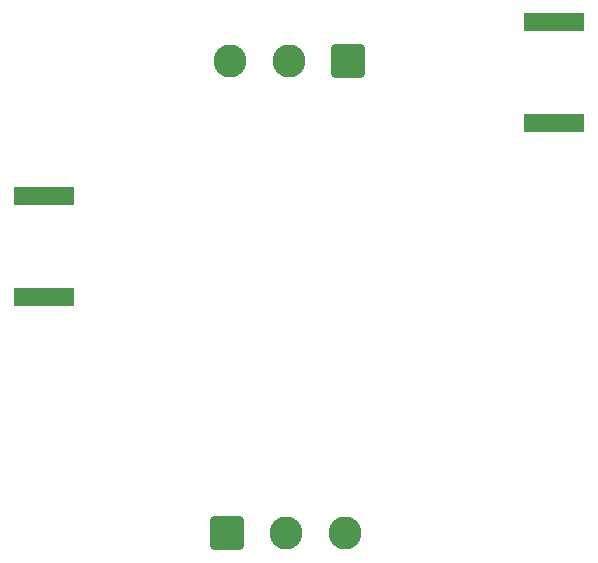
<source format=gbr>
%TF.GenerationSoftware,KiCad,Pcbnew,9.0.6*%
%TF.CreationDate,2025-12-13T21:20:45-05:00*%
%TF.ProjectId,OpAMP,4f70414d-502e-46b6-9963-61645f706362,rev?*%
%TF.SameCoordinates,Original*%
%TF.FileFunction,Soldermask,Bot*%
%TF.FilePolarity,Negative*%
%FSLAX46Y46*%
G04 Gerber Fmt 4.6, Leading zero omitted, Abs format (unit mm)*
G04 Created by KiCad (PCBNEW 9.0.6) date 2025-12-13 21:20:45*
%MOMM*%
%LPD*%
G01*
G04 APERTURE LIST*
G04 Aperture macros list*
%AMRoundRect*
0 Rectangle with rounded corners*
0 $1 Rounding radius*
0 $2 $3 $4 $5 $6 $7 $8 $9 X,Y pos of 4 corners*
0 Add a 4 corners polygon primitive as box body*
4,1,4,$2,$3,$4,$5,$6,$7,$8,$9,$2,$3,0*
0 Add four circle primitives for the rounded corners*
1,1,$1+$1,$2,$3*
1,1,$1+$1,$4,$5*
1,1,$1+$1,$6,$7*
1,1,$1+$1,$8,$9*
0 Add four rect primitives between the rounded corners*
20,1,$1+$1,$2,$3,$4,$5,0*
20,1,$1+$1,$4,$5,$6,$7,0*
20,1,$1+$1,$6,$7,$8,$9,0*
20,1,$1+$1,$8,$9,$2,$3,0*%
G04 Aperture macros list end*
%ADD10R,5.080000X1.500000*%
%ADD11RoundRect,0.250001X1.149999X1.149999X-1.149999X1.149999X-1.149999X-1.149999X1.149999X-1.149999X0*%
%ADD12C,2.800000*%
%ADD13RoundRect,0.250001X-1.149999X-1.149999X1.149999X-1.149999X1.149999X1.149999X-1.149999X1.149999X0*%
G04 APERTURE END LIST*
D10*
%TO.C,J2*%
X162137500Y-72750000D03*
X162137500Y-64250000D03*
%TD*%
D11*
%TO.C,J4*%
X144750000Y-67500000D03*
D12*
X139750000Y-67500000D03*
X134750000Y-67500000D03*
%TD*%
D13*
%TO.C,J3*%
X134500000Y-107500000D03*
D12*
X139500000Y-107500000D03*
X144500000Y-107500000D03*
%TD*%
D10*
%TO.C,J1*%
X119000000Y-87500000D03*
X119000000Y-79000000D03*
%TD*%
M02*

</source>
